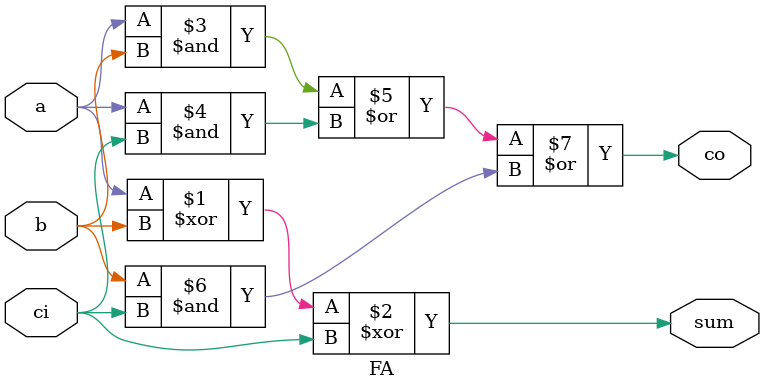
<source format=v>
`timescale 1ns/10ps
module FA(a, b, ci, sum, co);

  input   a, b, ci;
  output  sum, co;
  
  assign sum = a ^ b ^ ci;
  assign co  = (a & b) | (a & ci) | (b & ci);

endmodule


</source>
